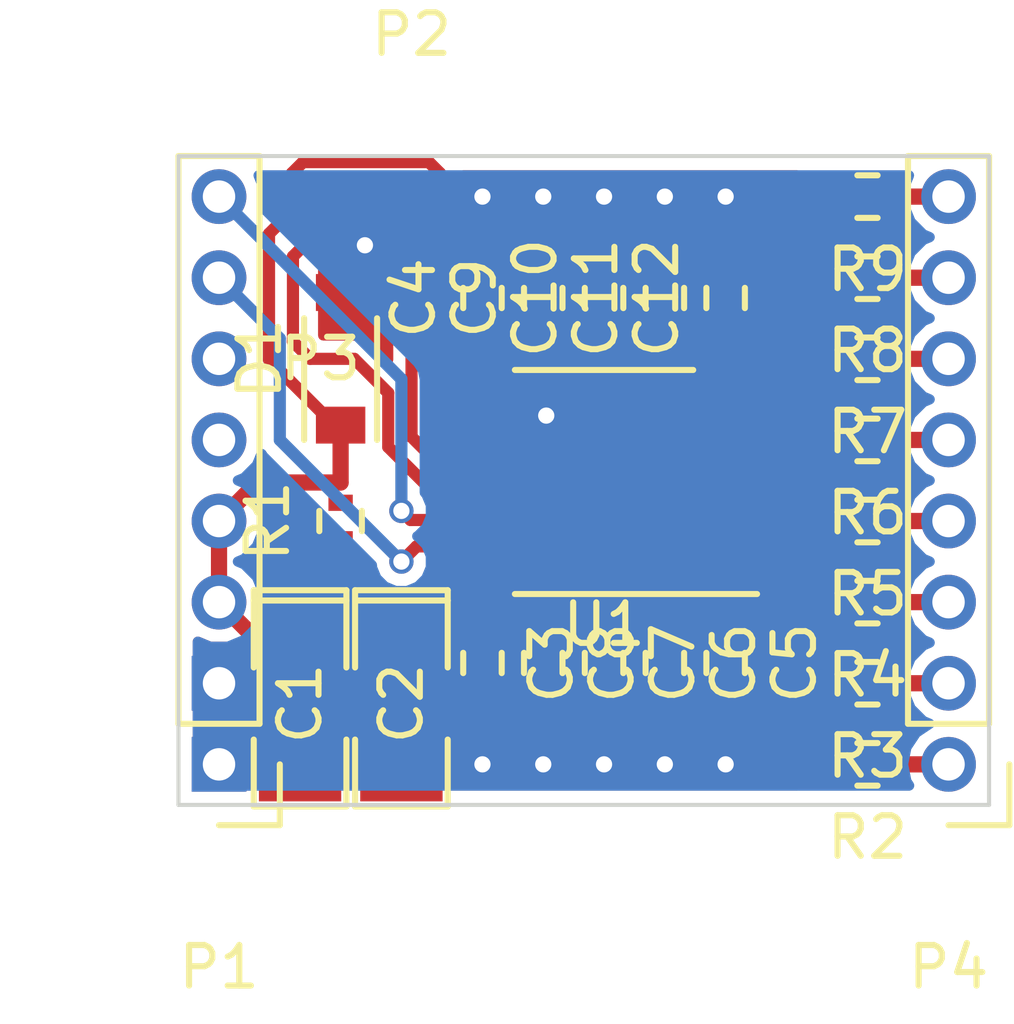
<source format=kicad_pcb>
(kicad_pcb (version 4) (host pcbnew 4.0.4-stable)

  (general
    (links 56)
    (no_connects 28)
    (area 184.949999 124.949999 205.050001 141.050001)
    (thickness 1.6)
    (drawings 8)
    (tracks 159)
    (zones 0)
    (modules 27)
    (nets 25)
  )

  (page A4)
  (layers
    (0 F.Cu signal)
    (31 B.Cu signal)
    (32 B.Adhes user)
    (33 F.Adhes user)
    (34 B.Paste user)
    (35 F.Paste user)
    (36 B.SilkS user)
    (37 F.SilkS user)
    (38 B.Mask user)
    (39 F.Mask user)
    (40 Dwgs.User user)
    (41 Cmts.User user)
    (42 Eco1.User user)
    (43 Eco2.User user)
    (44 Edge.Cuts user)
    (45 Margin user)
    (46 B.CrtYd user)
    (47 F.CrtYd user)
    (48 B.Fab user)
    (49 F.Fab user)
  )

  (setup
    (last_trace_width 0.25)
    (user_trace_width 0.3)
    (user_trace_width 0.4)
    (user_trace_width 0.5)
    (trace_clearance 0.2)
    (zone_clearance 0.3)
    (zone_45_only no)
    (trace_min 0.2)
    (segment_width 0.2)
    (edge_width 0.1)
    (via_size 0.6)
    (via_drill 0.4)
    (via_min_size 0.4)
    (via_min_drill 0.3)
    (uvia_size 0.3)
    (uvia_drill 0.1)
    (uvias_allowed no)
    (uvia_min_size 0.2)
    (uvia_min_drill 0.1)
    (pcb_text_width 0.3)
    (pcb_text_size 1.5 1.5)
    (mod_edge_width 0.15)
    (mod_text_size 1 1)
    (mod_text_width 0.15)
    (pad_size 1.35 1.35)
    (pad_drill 0.8)
    (pad_to_mask_clearance 0)
    (aux_axis_origin 0 0)
    (visible_elements 7FFCEFFF)
    (pcbplotparams
      (layerselection 0x00030_80000001)
      (usegerberextensions false)
      (excludeedgelayer true)
      (linewidth 0.100000)
      (plotframeref false)
      (viasonmask false)
      (mode 1)
      (useauxorigin false)
      (hpglpennumber 1)
      (hpglpenspeed 20)
      (hpglpendiameter 15)
      (hpglpenoverlay 2)
      (psnegative false)
      (psa4output false)
      (plotreference true)
      (plotvalue true)
      (plotinvisibletext false)
      (padsonsilk false)
      (subtractmaskfromsilk false)
      (outputformat 1)
      (mirror false)
      (drillshape 1)
      (scaleselection 1)
      (outputdirectory ""))
  )

  (net 0 "")
  (net 1 +3V3)
  (net 2 GND)
  (net 3 "Net-(C2-Pad1)")
  (net 4 "Net-(C4-Pad1)")
  (net 5 "Net-(C5-Pad1)")
  (net 6 "Net-(C6-Pad1)")
  (net 7 "Net-(C7-Pad1)")
  (net 8 "Net-(C8-Pad1)")
  (net 9 "Net-(C9-Pad1)")
  (net 10 "Net-(C10-Pad1)")
  (net 11 "Net-(C11-Pad1)")
  (net 12 "Net-(C12-Pad1)")
  (net 13 "Net-(P1-Pad7)")
  (net 14 "Net-(P1-Pad8)")
  (net 15 "Net-(P2-Pad2)")
  (net 16 "Net-(P3-Pad2)")
  (net 17 /CH0)
  (net 18 /CH1)
  (net 19 /CH2)
  (net 20 /CH3)
  (net 21 /CH4)
  (net 22 /CH5)
  (net 23 /CH6)
  (net 24 /CH7)

  (net_class Default "This is the default net class."
    (clearance 0.2)
    (trace_width 0.25)
    (via_dia 0.6)
    (via_drill 0.4)
    (uvia_dia 0.3)
    (uvia_drill 0.1)
    (add_net +3V3)
    (add_net /CH0)
    (add_net /CH1)
    (add_net /CH2)
    (add_net /CH3)
    (add_net /CH4)
    (add_net /CH5)
    (add_net /CH6)
    (add_net /CH7)
    (add_net GND)
    (add_net "Net-(C10-Pad1)")
    (add_net "Net-(C11-Pad1)")
    (add_net "Net-(C12-Pad1)")
    (add_net "Net-(C2-Pad1)")
    (add_net "Net-(C4-Pad1)")
    (add_net "Net-(C5-Pad1)")
    (add_net "Net-(C6-Pad1)")
    (add_net "Net-(C7-Pad1)")
    (add_net "Net-(C8-Pad1)")
    (add_net "Net-(C9-Pad1)")
    (add_net "Net-(P1-Pad7)")
    (add_net "Net-(P1-Pad8)")
    (add_net "Net-(P2-Pad2)")
    (add_net "Net-(P3-Pad2)")
  )

  (module SMD_Packages:SMD-1206_Pol (layer F.Cu) (tedit 0) (tstamp 5856AA78)
    (at 188 138.5 270)
    (path /5855DFDB)
    (attr smd)
    (fp_text reference C1 (at 0 0 270) (layer F.SilkS)
      (effects (font (size 1 1) (thickness 0.15)))
    )
    (fp_text value CP (at 0 0 270) (layer F.Fab)
      (effects (font (size 1 1) (thickness 0.15)))
    )
    (fp_line (start -2.54 -1.143) (end -2.794 -1.143) (layer F.SilkS) (width 0.15))
    (fp_line (start -2.794 -1.143) (end -2.794 1.143) (layer F.SilkS) (width 0.15))
    (fp_line (start -2.794 1.143) (end -2.54 1.143) (layer F.SilkS) (width 0.15))
    (fp_line (start -2.54 -1.143) (end -2.54 1.143) (layer F.SilkS) (width 0.15))
    (fp_line (start -2.54 1.143) (end -0.889 1.143) (layer F.SilkS) (width 0.15))
    (fp_line (start 0.889 -1.143) (end 2.54 -1.143) (layer F.SilkS) (width 0.15))
    (fp_line (start 2.54 -1.143) (end 2.54 1.143) (layer F.SilkS) (width 0.15))
    (fp_line (start 2.54 1.143) (end 0.889 1.143) (layer F.SilkS) (width 0.15))
    (fp_line (start -0.889 -1.143) (end -2.54 -1.143) (layer F.SilkS) (width 0.15))
    (pad 1 smd rect (at -1.651 0 270) (size 1.524 2.032) (layers F.Cu F.Paste F.Mask)
      (net 1 +3V3))
    (pad 2 smd rect (at 1.651 0 270) (size 1.524 2.032) (layers F.Cu F.Paste F.Mask)
      (net 2 GND))
    (model SMD_Packages.3dshapes/SMD-1206_Pol.wrl
      (at (xyz 0 0 0))
      (scale (xyz 0.17 0.16 0.16))
      (rotate (xyz 0 0 0))
    )
  )

  (module SMD_Packages:SMD-1206_Pol (layer F.Cu) (tedit 0) (tstamp 5856AA7E)
    (at 190.5 138.5 270)
    (path /5855DFD4)
    (attr smd)
    (fp_text reference C2 (at 0 0 270) (layer F.SilkS)
      (effects (font (size 1 1) (thickness 0.15)))
    )
    (fp_text value CP (at 0 0 270) (layer F.Fab)
      (effects (font (size 1 1) (thickness 0.15)))
    )
    (fp_line (start -2.54 -1.143) (end -2.794 -1.143) (layer F.SilkS) (width 0.15))
    (fp_line (start -2.794 -1.143) (end -2.794 1.143) (layer F.SilkS) (width 0.15))
    (fp_line (start -2.794 1.143) (end -2.54 1.143) (layer F.SilkS) (width 0.15))
    (fp_line (start -2.54 -1.143) (end -2.54 1.143) (layer F.SilkS) (width 0.15))
    (fp_line (start -2.54 1.143) (end -0.889 1.143) (layer F.SilkS) (width 0.15))
    (fp_line (start 0.889 -1.143) (end 2.54 -1.143) (layer F.SilkS) (width 0.15))
    (fp_line (start 2.54 -1.143) (end 2.54 1.143) (layer F.SilkS) (width 0.15))
    (fp_line (start 2.54 1.143) (end 0.889 1.143) (layer F.SilkS) (width 0.15))
    (fp_line (start -0.889 -1.143) (end -2.54 -1.143) (layer F.SilkS) (width 0.15))
    (pad 1 smd rect (at -1.651 0 270) (size 1.524 2.032) (layers F.Cu F.Paste F.Mask)
      (net 3 "Net-(C2-Pad1)"))
    (pad 2 smd rect (at 1.651 0 270) (size 1.524 2.032) (layers F.Cu F.Paste F.Mask)
      (net 2 GND))
    (model SMD_Packages.3dshapes/SMD-1206_Pol.wrl
      (at (xyz 0 0 0))
      (scale (xyz 0.17 0.16 0.16))
      (rotate (xyz 0 0 0))
    )
  )

  (module Diodes_SMD:SOD-123 (layer F.Cu) (tedit 5753A53E) (tstamp 5856AAC0)
    (at 189 130 90)
    (descr SOD-123)
    (tags SOD-123)
    (path /5855E0DD)
    (attr smd)
    (fp_text reference D1 (at 0 -2 90) (layer F.SilkS)
      (effects (font (size 1 1) (thickness 0.15)))
    )
    (fp_text value 3.3V (at 0 2.1 90) (layer F.Fab)
      (effects (font (size 1 1) (thickness 0.15)))
    )
    (fp_line (start 0.25 0) (end 0.75 0) (layer F.Fab) (width 0.15))
    (fp_line (start 0.25 0.4) (end -0.35 0) (layer F.Fab) (width 0.15))
    (fp_line (start 0.25 -0.4) (end 0.25 0.4) (layer F.Fab) (width 0.15))
    (fp_line (start -0.35 0) (end 0.25 -0.4) (layer F.Fab) (width 0.15))
    (fp_line (start -0.35 0) (end -0.35 0.55) (layer F.Fab) (width 0.15))
    (fp_line (start -0.35 0) (end -0.35 -0.55) (layer F.Fab) (width 0.15))
    (fp_line (start -0.75 0) (end -0.35 0) (layer F.Fab) (width 0.15))
    (fp_line (start -1.35 0.8) (end -1.35 -0.8) (layer F.Fab) (width 0.15))
    (fp_line (start 1.35 0.8) (end -1.35 0.8) (layer F.Fab) (width 0.15))
    (fp_line (start 1.35 -0.8) (end 1.35 0.8) (layer F.Fab) (width 0.15))
    (fp_line (start -1.35 -0.8) (end 1.35 -0.8) (layer F.Fab) (width 0.15))
    (fp_line (start -2.25 -1.05) (end 2.25 -1.05) (layer F.CrtYd) (width 0.05))
    (fp_line (start 2.25 -1.05) (end 2.25 1.05) (layer F.CrtYd) (width 0.05))
    (fp_line (start 2.25 1.05) (end -2.25 1.05) (layer F.CrtYd) (width 0.05))
    (fp_line (start -2.25 -1.05) (end -2.25 1.05) (layer F.CrtYd) (width 0.05))
    (fp_line (start -2 0.9) (end 1 0.9) (layer F.SilkS) (width 0.15))
    (fp_line (start -2 -0.9) (end 1 -0.9) (layer F.SilkS) (width 0.15))
    (pad 1 smd rect (at -1.635 0 90) (size 0.91 1.22) (layers F.Cu F.Paste F.Mask)
      (net 1 +3V3))
    (pad 2 smd rect (at 1.635 0 90) (size 0.91 1.22) (layers F.Cu F.Paste F.Mask)
      (net 2 GND))
    (model ${KISYS3DMOD}/Diodes_SMD.3dshapes/SOD-123.wrl
      (at (xyz 0 0 0))
      (scale (xyz 1 1 1))
      (rotate (xyz 0 0 0))
    )
  )

  (module Housings_SSOP:TSSOP-16_4.4x5mm_Pitch0.65mm (layer F.Cu) (tedit 54130A77) (tstamp 5856AB32)
    (at 195.5 133 180)
    (descr "16-Lead Plastic Thin Shrink Small Outline (ST)-4.4 mm Body [TSSOP] (see Microchip Packaging Specification 00000049BS.pdf)")
    (tags "SSOP 0.65")
    (path /5855DFE2)
    (attr smd)
    (fp_text reference U1 (at 0 -3.55 180) (layer F.SilkS)
      (effects (font (size 1 1) (thickness 0.15)))
    )
    (fp_text value ADS7828 (at 0 3.55 180) (layer F.Fab)
      (effects (font (size 1 1) (thickness 0.15)))
    )
    (fp_line (start -1.2 -2.5) (end 2.2 -2.5) (layer F.Fab) (width 0.15))
    (fp_line (start 2.2 -2.5) (end 2.2 2.5) (layer F.Fab) (width 0.15))
    (fp_line (start 2.2 2.5) (end -2.2 2.5) (layer F.Fab) (width 0.15))
    (fp_line (start -2.2 2.5) (end -2.2 -1.5) (layer F.Fab) (width 0.15))
    (fp_line (start -2.2 -1.5) (end -1.2 -2.5) (layer F.Fab) (width 0.15))
    (fp_line (start -3.95 -2.9) (end -3.95 2.8) (layer F.CrtYd) (width 0.05))
    (fp_line (start 3.95 -2.9) (end 3.95 2.8) (layer F.CrtYd) (width 0.05))
    (fp_line (start -3.95 -2.9) (end 3.95 -2.9) (layer F.CrtYd) (width 0.05))
    (fp_line (start -3.95 2.8) (end 3.95 2.8) (layer F.CrtYd) (width 0.05))
    (fp_line (start -2.2 2.725) (end 2.2 2.725) (layer F.SilkS) (width 0.15))
    (fp_line (start -3.775 -2.8) (end 2.2 -2.8) (layer F.SilkS) (width 0.15))
    (pad 1 smd rect (at -2.95 -2.275 180) (size 1.5 0.45) (layers F.Cu F.Paste F.Mask)
      (net 5 "Net-(C5-Pad1)"))
    (pad 2 smd rect (at -2.95 -1.625 180) (size 1.5 0.45) (layers F.Cu F.Paste F.Mask)
      (net 6 "Net-(C6-Pad1)"))
    (pad 3 smd rect (at -2.95 -0.975 180) (size 1.5 0.45) (layers F.Cu F.Paste F.Mask)
      (net 7 "Net-(C7-Pad1)"))
    (pad 4 smd rect (at -2.95 -0.325 180) (size 1.5 0.45) (layers F.Cu F.Paste F.Mask)
      (net 8 "Net-(C8-Pad1)"))
    (pad 5 smd rect (at -2.95 0.325 180) (size 1.5 0.45) (layers F.Cu F.Paste F.Mask)
      (net 9 "Net-(C9-Pad1)"))
    (pad 6 smd rect (at -2.95 0.975 180) (size 1.5 0.45) (layers F.Cu F.Paste F.Mask)
      (net 10 "Net-(C10-Pad1)"))
    (pad 7 smd rect (at -2.95 1.625 180) (size 1.5 0.45) (layers F.Cu F.Paste F.Mask)
      (net 11 "Net-(C11-Pad1)"))
    (pad 8 smd rect (at -2.95 2.275 180) (size 1.5 0.45) (layers F.Cu F.Paste F.Mask)
      (net 12 "Net-(C12-Pad1)"))
    (pad 9 smd rect (at 2.95 2.275 180) (size 1.5 0.45) (layers F.Cu F.Paste F.Mask)
      (net 2 GND))
    (pad 10 smd rect (at 2.95 1.625 180) (size 1.5 0.45) (layers F.Cu F.Paste F.Mask)
      (net 4 "Net-(C4-Pad1)"))
    (pad 11 smd rect (at 2.95 0.975 180) (size 1.5 0.45) (layers F.Cu F.Paste F.Mask)
      (net 2 GND))
    (pad 12 smd rect (at 2.95 0.325 180) (size 1.5 0.45) (layers F.Cu F.Paste F.Mask)
      (net 15 "Net-(P2-Pad2)"))
    (pad 13 smd rect (at 2.95 -0.325 180) (size 1.5 0.45) (layers F.Cu F.Paste F.Mask)
      (net 16 "Net-(P3-Pad2)"))
    (pad 14 smd rect (at 2.95 -0.975 180) (size 1.5 0.45) (layers F.Cu F.Paste F.Mask)
      (net 14 "Net-(P1-Pad8)"))
    (pad 15 smd rect (at 2.95 -1.625 180) (size 1.5 0.45) (layers F.Cu F.Paste F.Mask)
      (net 13 "Net-(P1-Pad7)"))
    (pad 16 smd rect (at 2.95 -2.275 180) (size 1.5 0.45) (layers F.Cu F.Paste F.Mask)
      (net 3 "Net-(C2-Pad1)"))
    (model Housings_SSOP.3dshapes/TSSOP-16_4.4x5mm_Pitch0.65mm.wrl
      (at (xyz 0 0 0))
      (scale (xyz 1 1 1))
      (rotate (xyz 0 0 0))
    )
  )

  (module Pin_Headers:Pin_Header_Straight_1x08_Pitch2.00mm (layer F.Cu) (tedit 5856F7D3) (tstamp 5856C956)
    (at 186 140 180)
    (descr "Through hole pin header, 1x08, 2.00mm pitch, single row")
    (tags "pin header single row")
    (path /5855D3E3)
    (fp_text reference P1 (at 0 -5 180) (layer F.SilkS)
      (effects (font (size 1 1) (thickness 0.15)))
    )
    (fp_text value CONN_01X08 (at 0 -3 180) (layer F.Fab)
      (effects (font (size 1 1) (thickness 0.15)))
    )
    (fp_line (start -1 1) (end 1 1) (layer F.SilkS) (width 0.15))
    (fp_line (start 1 1) (end 1 15) (layer F.SilkS) (width 0.15))
    (fp_line (start 1 15) (end -1 15) (layer F.SilkS) (width 0.15))
    (fp_line (start -1 15) (end -1 1) (layer F.SilkS) (width 0.15))
    (fp_line (start -1.6 -1.6) (end 1.6 -1.6) (layer F.CrtYd) (width 0.05))
    (fp_line (start 1.6 -1.6) (end 1.6 15.6) (layer F.CrtYd) (width 0.05))
    (fp_line (start 1.6 15.6) (end -1.6 15.6) (layer F.CrtYd) (width 0.05))
    (fp_line (start -1.6 15.6) (end -1.6 -1.6) (layer F.CrtYd) (width 0.05))
    (fp_line (start -1.5 0) (end -1.5 -1.5) (layer F.SilkS) (width 0.15))
    (fp_line (start -1.5 -1.5) (end 0 -1.5) (layer F.SilkS) (width 0.15))
    (pad 1 thru_hole rect (at 0 0 180) (size 1.35 1.35) (drill 0.8) (layers *.Cu *.Mask)
      (net 2 GND))
    (pad 2 thru_hole rect (at 0 2 180) (size 1.35 1.35) (drill 0.8) (layers *.Cu *.Mask)
      (net 2 GND))
    (pad 3 thru_hole circle (at 0 4 180) (size 1.35 1.35) (drill 0.8) (layers *.Cu *.Mask)
      (net 1 +3V3))
    (pad 4 thru_hole circle (at 0 6 180) (size 1.35 1.35) (drill 0.8) (layers *.Cu *.Mask)
      (net 1 +3V3))
    (pad 5 thru_hole circle (at 0 8 180) (size 1.35 1.35) (drill 0.8) (layers *.Cu *.Mask))
    (pad 6 thru_hole circle (at 0 10 180) (size 1.35 1.35) (drill 0.8) (layers *.Cu *.Mask))
    (pad 7 thru_hole circle (at 0 12 180) (size 1.35 1.35) (drill 0.8) (layers *.Cu *.Mask)
      (net 13 "Net-(P1-Pad7)"))
    (pad 8 thru_hole circle (at 0 14 180) (size 1.35 1.35) (drill 0.8) (layers *.Cu *.Mask)
      (net 14 "Net-(P1-Pad8)"))
    (model Pin_Headers.3dshapes/Pin_Header_Straight_1x08_Pitch2.00mm.wrl
      (at (xyz 0 0 0))
      (scale (xyz 1 1 1))
      (rotate (xyz 0 0 0))
    )
  )

  (module Pin_Headers:Pin_Header_Straight_1x08_Pitch2.00mm (layer F.Cu) (tedit 5856F7E1) (tstamp 5856C96D)
    (at 204 140 180)
    (descr "Through hole pin header, 1x08, 2.00mm pitch, single row")
    (tags "pin header single row")
    (path /5855D0FE)
    (fp_text reference P4 (at 0 -5 180) (layer F.SilkS)
      (effects (font (size 1 1) (thickness 0.15)))
    )
    (fp_text value CONN_01X08 (at 0 -3 180) (layer F.Fab)
      (effects (font (size 1 1) (thickness 0.15)))
    )
    (fp_line (start -1 1) (end 1 1) (layer F.SilkS) (width 0.15))
    (fp_line (start 1 1) (end 1 15) (layer F.SilkS) (width 0.15))
    (fp_line (start 1 15) (end -1 15) (layer F.SilkS) (width 0.15))
    (fp_line (start -1 15) (end -1 1) (layer F.SilkS) (width 0.15))
    (fp_line (start -1.6 -1.6) (end 1.6 -1.6) (layer F.CrtYd) (width 0.05))
    (fp_line (start 1.6 -1.6) (end 1.6 15.6) (layer F.CrtYd) (width 0.05))
    (fp_line (start 1.6 15.6) (end -1.6 15.6) (layer F.CrtYd) (width 0.05))
    (fp_line (start -1.6 15.6) (end -1.6 -1.6) (layer F.CrtYd) (width 0.05))
    (fp_line (start -1.5 0) (end -1.5 -1.5) (layer F.SilkS) (width 0.15))
    (fp_line (start -1.5 -1.5) (end 0 -1.5) (layer F.SilkS) (width 0.15))
    (pad 1 thru_hole oval (at 0 0 180) (size 1.35 1.35) (drill 0.8) (layers *.Cu *.Mask)
      (net 17 /CH0))
    (pad 2 thru_hole circle (at 0 2 180) (size 1.35 1.35) (drill 0.8) (layers *.Cu *.Mask)
      (net 18 /CH1))
    (pad 3 thru_hole circle (at 0 4 180) (size 1.35 1.35) (drill 0.8) (layers *.Cu *.Mask)
      (net 19 /CH2))
    (pad 4 thru_hole circle (at 0 6 180) (size 1.35 1.35) (drill 0.8) (layers *.Cu *.Mask)
      (net 20 /CH3))
    (pad 5 thru_hole circle (at 0 8 180) (size 1.35 1.35) (drill 0.8) (layers *.Cu *.Mask)
      (net 21 /CH4))
    (pad 6 thru_hole circle (at 0 10 180) (size 1.35 1.35) (drill 0.8) (layers *.Cu *.Mask)
      (net 22 /CH5))
    (pad 7 thru_hole circle (at 0 12 180) (size 1.35 1.35) (drill 0.8) (layers *.Cu *.Mask)
      (net 23 /CH6))
    (pad 8 thru_hole circle (at 0 14 180) (size 1.35 1.35) (drill 0.8) (layers *.Cu *.Mask)
      (net 24 /CH7))
    (model Pin_Headers.3dshapes/Pin_Header_Straight_1x08_Pitch2.00mm.wrl
      (at (xyz 0 0 0))
      (scale (xyz 1 1 1))
      (rotate (xyz 0 0 0))
    )
  )

  (module KiCad-Dev:Pad_3 (layer F.Cu) (tedit 5856DBE4) (tstamp 5856DC6E)
    (at 190.75 126)
    (path /5855D59A)
    (fp_text reference P2 (at 0 -4) (layer F.SilkS)
      (effects (font (size 1 1) (thickness 0.15)))
    )
    (fp_text value CONN_01X03 (at 0 -6) (layer F.Fab)
      (effects (font (size 1 1) (thickness 0.15)))
    )
    (pad 1 smd rect (at -0.7 0) (size 0.3 1) (layers F.Cu F.Paste F.Mask)
      (net 2 GND))
    (pad 2 smd rect (at 0 0) (size 0.3 1) (layers F.Cu F.Paste F.Mask)
      (net 15 "Net-(P2-Pad2)"))
    (pad 3 smd rect (at 0.7 0) (size 0.3 1) (layers F.Cu F.Paste F.Mask)
      (net 1 +3V3))
  )

  (module KiCad-Dev:Pad_3 (layer F.Cu) (tedit 5856DBE4) (tstamp 5856DC74)
    (at 188.5 126 180)
    (path /5855DAD4)
    (fp_text reference P3 (at 0 -4 180) (layer F.SilkS)
      (effects (font (size 1 1) (thickness 0.15)))
    )
    (fp_text value CONN_01X03 (at 0 -6 180) (layer F.Fab)
      (effects (font (size 1 1) (thickness 0.15)))
    )
    (pad 1 smd rect (at -0.7 0 180) (size 0.3 1) (layers F.Cu F.Paste F.Mask)
      (net 2 GND))
    (pad 2 smd rect (at 0 0 180) (size 0.3 1) (layers F.Cu F.Paste F.Mask)
      (net 16 "Net-(P3-Pad2)"))
    (pad 3 smd rect (at 0.7 0 180) (size 0.3 1) (layers F.Cu F.Paste F.Mask)
      (net 1 +3V3))
  )

  (module Capacitors_SMD:C_0402 (layer F.Cu) (tedit 5415D599) (tstamp 58752BAD)
    (at 192.5 137.5 270)
    (descr "Capacitor SMD 0402, reflow soldering, AVX (see smccp.pdf)")
    (tags "capacitor 0402")
    (path /5855E0D2)
    (attr smd)
    (fp_text reference C3 (at 0 -1.7 270) (layer F.SilkS)
      (effects (font (size 1 1) (thickness 0.15)))
    )
    (fp_text value C (at 0 1.7 270) (layer F.Fab)
      (effects (font (size 1 1) (thickness 0.15)))
    )
    (fp_line (start -0.5 0.25) (end -0.5 -0.25) (layer F.Fab) (width 0.15))
    (fp_line (start 0.5 0.25) (end -0.5 0.25) (layer F.Fab) (width 0.15))
    (fp_line (start 0.5 -0.25) (end 0.5 0.25) (layer F.Fab) (width 0.15))
    (fp_line (start -0.5 -0.25) (end 0.5 -0.25) (layer F.Fab) (width 0.15))
    (fp_line (start -1.15 -0.6) (end 1.15 -0.6) (layer F.CrtYd) (width 0.05))
    (fp_line (start -1.15 0.6) (end 1.15 0.6) (layer F.CrtYd) (width 0.05))
    (fp_line (start -1.15 -0.6) (end -1.15 0.6) (layer F.CrtYd) (width 0.05))
    (fp_line (start 1.15 -0.6) (end 1.15 0.6) (layer F.CrtYd) (width 0.05))
    (fp_line (start 0.25 -0.475) (end -0.25 -0.475) (layer F.SilkS) (width 0.15))
    (fp_line (start -0.25 0.475) (end 0.25 0.475) (layer F.SilkS) (width 0.15))
    (pad 1 smd rect (at -0.55 0 270) (size 0.6 0.5) (layers F.Cu F.Paste F.Mask)
      (net 3 "Net-(C2-Pad1)"))
    (pad 2 smd rect (at 0.55 0 270) (size 0.6 0.5) (layers F.Cu F.Paste F.Mask)
      (net 2 GND))
    (model Capacitors_SMD.3dshapes/C_0402.wrl
      (at (xyz 0 0 0))
      (scale (xyz 1 1 1))
      (rotate (xyz 0 0 0))
    )
  )

  (module Capacitors_SMD:C_0402 (layer F.Cu) (tedit 5415D599) (tstamp 58752BB2)
    (at 192.5 128.5 90)
    (descr "Capacitor SMD 0402, reflow soldering, AVX (see smccp.pdf)")
    (tags "capacitor 0402")
    (path /5855DFCD)
    (attr smd)
    (fp_text reference C4 (at 0 -1.7 90) (layer F.SilkS)
      (effects (font (size 1 1) (thickness 0.15)))
    )
    (fp_text value C (at 0 1.7 90) (layer F.Fab)
      (effects (font (size 1 1) (thickness 0.15)))
    )
    (fp_line (start -0.5 0.25) (end -0.5 -0.25) (layer F.Fab) (width 0.15))
    (fp_line (start 0.5 0.25) (end -0.5 0.25) (layer F.Fab) (width 0.15))
    (fp_line (start 0.5 -0.25) (end 0.5 0.25) (layer F.Fab) (width 0.15))
    (fp_line (start -0.5 -0.25) (end 0.5 -0.25) (layer F.Fab) (width 0.15))
    (fp_line (start -1.15 -0.6) (end 1.15 -0.6) (layer F.CrtYd) (width 0.05))
    (fp_line (start -1.15 0.6) (end 1.15 0.6) (layer F.CrtYd) (width 0.05))
    (fp_line (start -1.15 -0.6) (end -1.15 0.6) (layer F.CrtYd) (width 0.05))
    (fp_line (start 1.15 -0.6) (end 1.15 0.6) (layer F.CrtYd) (width 0.05))
    (fp_line (start 0.25 -0.475) (end -0.25 -0.475) (layer F.SilkS) (width 0.15))
    (fp_line (start -0.25 0.475) (end 0.25 0.475) (layer F.SilkS) (width 0.15))
    (pad 1 smd rect (at -0.55 0 90) (size 0.6 0.5) (layers F.Cu F.Paste F.Mask)
      (net 4 "Net-(C4-Pad1)"))
    (pad 2 smd rect (at 0.55 0 90) (size 0.6 0.5) (layers F.Cu F.Paste F.Mask)
      (net 2 GND))
    (model Capacitors_SMD.3dshapes/C_0402.wrl
      (at (xyz 0 0 0))
      (scale (xyz 1 1 1))
      (rotate (xyz 0 0 0))
    )
  )

  (module Capacitors_SMD:C_0402 (layer F.Cu) (tedit 5415D599) (tstamp 58752BB7)
    (at 198.5 137.5 270)
    (descr "Capacitor SMD 0402, reflow soldering, AVX (see smccp.pdf)")
    (tags "capacitor 0402")
    (path /5855DFEA)
    (attr smd)
    (fp_text reference C5 (at 0 -1.7 270) (layer F.SilkS)
      (effects (font (size 1 1) (thickness 0.15)))
    )
    (fp_text value C (at 0 1.7 270) (layer F.Fab)
      (effects (font (size 1 1) (thickness 0.15)))
    )
    (fp_line (start -0.5 0.25) (end -0.5 -0.25) (layer F.Fab) (width 0.15))
    (fp_line (start 0.5 0.25) (end -0.5 0.25) (layer F.Fab) (width 0.15))
    (fp_line (start 0.5 -0.25) (end 0.5 0.25) (layer F.Fab) (width 0.15))
    (fp_line (start -0.5 -0.25) (end 0.5 -0.25) (layer F.Fab) (width 0.15))
    (fp_line (start -1.15 -0.6) (end 1.15 -0.6) (layer F.CrtYd) (width 0.05))
    (fp_line (start -1.15 0.6) (end 1.15 0.6) (layer F.CrtYd) (width 0.05))
    (fp_line (start -1.15 -0.6) (end -1.15 0.6) (layer F.CrtYd) (width 0.05))
    (fp_line (start 1.15 -0.6) (end 1.15 0.6) (layer F.CrtYd) (width 0.05))
    (fp_line (start 0.25 -0.475) (end -0.25 -0.475) (layer F.SilkS) (width 0.15))
    (fp_line (start -0.25 0.475) (end 0.25 0.475) (layer F.SilkS) (width 0.15))
    (pad 1 smd rect (at -0.55 0 270) (size 0.6 0.5) (layers F.Cu F.Paste F.Mask)
      (net 5 "Net-(C5-Pad1)"))
    (pad 2 smd rect (at 0.55 0 270) (size 0.6 0.5) (layers F.Cu F.Paste F.Mask)
      (net 2 GND))
    (model Capacitors_SMD.3dshapes/C_0402.wrl
      (at (xyz 0 0 0))
      (scale (xyz 1 1 1))
      (rotate (xyz 0 0 0))
    )
  )

  (module Capacitors_SMD:C_0402 (layer F.Cu) (tedit 5415D599) (tstamp 58752BBC)
    (at 197 137.5 270)
    (descr "Capacitor SMD 0402, reflow soldering, AVX (see smccp.pdf)")
    (tags "capacitor 0402")
    (path /5855DFF1)
    (attr smd)
    (fp_text reference C6 (at 0 -1.7 270) (layer F.SilkS)
      (effects (font (size 1 1) (thickness 0.15)))
    )
    (fp_text value C (at 0 1.7 270) (layer F.Fab)
      (effects (font (size 1 1) (thickness 0.15)))
    )
    (fp_line (start -0.5 0.25) (end -0.5 -0.25) (layer F.Fab) (width 0.15))
    (fp_line (start 0.5 0.25) (end -0.5 0.25) (layer F.Fab) (width 0.15))
    (fp_line (start 0.5 -0.25) (end 0.5 0.25) (layer F.Fab) (width 0.15))
    (fp_line (start -0.5 -0.25) (end 0.5 -0.25) (layer F.Fab) (width 0.15))
    (fp_line (start -1.15 -0.6) (end 1.15 -0.6) (layer F.CrtYd) (width 0.05))
    (fp_line (start -1.15 0.6) (end 1.15 0.6) (layer F.CrtYd) (width 0.05))
    (fp_line (start -1.15 -0.6) (end -1.15 0.6) (layer F.CrtYd) (width 0.05))
    (fp_line (start 1.15 -0.6) (end 1.15 0.6) (layer F.CrtYd) (width 0.05))
    (fp_line (start 0.25 -0.475) (end -0.25 -0.475) (layer F.SilkS) (width 0.15))
    (fp_line (start -0.25 0.475) (end 0.25 0.475) (layer F.SilkS) (width 0.15))
    (pad 1 smd rect (at -0.55 0 270) (size 0.6 0.5) (layers F.Cu F.Paste F.Mask)
      (net 6 "Net-(C6-Pad1)"))
    (pad 2 smd rect (at 0.55 0 270) (size 0.6 0.5) (layers F.Cu F.Paste F.Mask)
      (net 2 GND))
    (model Capacitors_SMD.3dshapes/C_0402.wrl
      (at (xyz 0 0 0))
      (scale (xyz 1 1 1))
      (rotate (xyz 0 0 0))
    )
  )

  (module Capacitors_SMD:C_0402 (layer F.Cu) (tedit 5415D599) (tstamp 58752BC1)
    (at 195.5 137.5 270)
    (descr "Capacitor SMD 0402, reflow soldering, AVX (see smccp.pdf)")
    (tags "capacitor 0402")
    (path /5855DFF8)
    (attr smd)
    (fp_text reference C7 (at 0 -1.7 270) (layer F.SilkS)
      (effects (font (size 1 1) (thickness 0.15)))
    )
    (fp_text value C (at 0 1.7 270) (layer F.Fab)
      (effects (font (size 1 1) (thickness 0.15)))
    )
    (fp_line (start -0.5 0.25) (end -0.5 -0.25) (layer F.Fab) (width 0.15))
    (fp_line (start 0.5 0.25) (end -0.5 0.25) (layer F.Fab) (width 0.15))
    (fp_line (start 0.5 -0.25) (end 0.5 0.25) (layer F.Fab) (width 0.15))
    (fp_line (start -0.5 -0.25) (end 0.5 -0.25) (layer F.Fab) (width 0.15))
    (fp_line (start -1.15 -0.6) (end 1.15 -0.6) (layer F.CrtYd) (width 0.05))
    (fp_line (start -1.15 0.6) (end 1.15 0.6) (layer F.CrtYd) (width 0.05))
    (fp_line (start -1.15 -0.6) (end -1.15 0.6) (layer F.CrtYd) (width 0.05))
    (fp_line (start 1.15 -0.6) (end 1.15 0.6) (layer F.CrtYd) (width 0.05))
    (fp_line (start 0.25 -0.475) (end -0.25 -0.475) (layer F.SilkS) (width 0.15))
    (fp_line (start -0.25 0.475) (end 0.25 0.475) (layer F.SilkS) (width 0.15))
    (pad 1 smd rect (at -0.55 0 270) (size 0.6 0.5) (layers F.Cu F.Paste F.Mask)
      (net 7 "Net-(C7-Pad1)"))
    (pad 2 smd rect (at 0.55 0 270) (size 0.6 0.5) (layers F.Cu F.Paste F.Mask)
      (net 2 GND))
    (model Capacitors_SMD.3dshapes/C_0402.wrl
      (at (xyz 0 0 0))
      (scale (xyz 1 1 1))
      (rotate (xyz 0 0 0))
    )
  )

  (module Capacitors_SMD:C_0402 (layer F.Cu) (tedit 5415D599) (tstamp 58752BC6)
    (at 194 137.5 270)
    (descr "Capacitor SMD 0402, reflow soldering, AVX (see smccp.pdf)")
    (tags "capacitor 0402")
    (path /5855DFFF)
    (attr smd)
    (fp_text reference C8 (at 0 -1.7 270) (layer F.SilkS)
      (effects (font (size 1 1) (thickness 0.15)))
    )
    (fp_text value C (at 0 1.7 270) (layer F.Fab)
      (effects (font (size 1 1) (thickness 0.15)))
    )
    (fp_line (start -0.5 0.25) (end -0.5 -0.25) (layer F.Fab) (width 0.15))
    (fp_line (start 0.5 0.25) (end -0.5 0.25) (layer F.Fab) (width 0.15))
    (fp_line (start 0.5 -0.25) (end 0.5 0.25) (layer F.Fab) (width 0.15))
    (fp_line (start -0.5 -0.25) (end 0.5 -0.25) (layer F.Fab) (width 0.15))
    (fp_line (start -1.15 -0.6) (end 1.15 -0.6) (layer F.CrtYd) (width 0.05))
    (fp_line (start -1.15 0.6) (end 1.15 0.6) (layer F.CrtYd) (width 0.05))
    (fp_line (start -1.15 -0.6) (end -1.15 0.6) (layer F.CrtYd) (width 0.05))
    (fp_line (start 1.15 -0.6) (end 1.15 0.6) (layer F.CrtYd) (width 0.05))
    (fp_line (start 0.25 -0.475) (end -0.25 -0.475) (layer F.SilkS) (width 0.15))
    (fp_line (start -0.25 0.475) (end 0.25 0.475) (layer F.SilkS) (width 0.15))
    (pad 1 smd rect (at -0.55 0 270) (size 0.6 0.5) (layers F.Cu F.Paste F.Mask)
      (net 8 "Net-(C8-Pad1)"))
    (pad 2 smd rect (at 0.55 0 270) (size 0.6 0.5) (layers F.Cu F.Paste F.Mask)
      (net 2 GND))
    (model Capacitors_SMD.3dshapes/C_0402.wrl
      (at (xyz 0 0 0))
      (scale (xyz 1 1 1))
      (rotate (xyz 0 0 0))
    )
  )

  (module Capacitors_SMD:C_0402 (layer F.Cu) (tedit 5415D599) (tstamp 58752BCB)
    (at 194 128.5 90)
    (descr "Capacitor SMD 0402, reflow soldering, AVX (see smccp.pdf)")
    (tags "capacitor 0402")
    (path /5855E006)
    (attr smd)
    (fp_text reference C9 (at 0 -1.7 90) (layer F.SilkS)
      (effects (font (size 1 1) (thickness 0.15)))
    )
    (fp_text value C (at 0 1.7 90) (layer F.Fab)
      (effects (font (size 1 1) (thickness 0.15)))
    )
    (fp_line (start -0.5 0.25) (end -0.5 -0.25) (layer F.Fab) (width 0.15))
    (fp_line (start 0.5 0.25) (end -0.5 0.25) (layer F.Fab) (width 0.15))
    (fp_line (start 0.5 -0.25) (end 0.5 0.25) (layer F.Fab) (width 0.15))
    (fp_line (start -0.5 -0.25) (end 0.5 -0.25) (layer F.Fab) (width 0.15))
    (fp_line (start -1.15 -0.6) (end 1.15 -0.6) (layer F.CrtYd) (width 0.05))
    (fp_line (start -1.15 0.6) (end 1.15 0.6) (layer F.CrtYd) (width 0.05))
    (fp_line (start -1.15 -0.6) (end -1.15 0.6) (layer F.CrtYd) (width 0.05))
    (fp_line (start 1.15 -0.6) (end 1.15 0.6) (layer F.CrtYd) (width 0.05))
    (fp_line (start 0.25 -0.475) (end -0.25 -0.475) (layer F.SilkS) (width 0.15))
    (fp_line (start -0.25 0.475) (end 0.25 0.475) (layer F.SilkS) (width 0.15))
    (pad 1 smd rect (at -0.55 0 90) (size 0.6 0.5) (layers F.Cu F.Paste F.Mask)
      (net 9 "Net-(C9-Pad1)"))
    (pad 2 smd rect (at 0.55 0 90) (size 0.6 0.5) (layers F.Cu F.Paste F.Mask)
      (net 2 GND))
    (model Capacitors_SMD.3dshapes/C_0402.wrl
      (at (xyz 0 0 0))
      (scale (xyz 1 1 1))
      (rotate (xyz 0 0 0))
    )
  )

  (module Capacitors_SMD:C_0402 (layer F.Cu) (tedit 5415D599) (tstamp 58752BD0)
    (at 195.5 128.5 90)
    (descr "Capacitor SMD 0402, reflow soldering, AVX (see smccp.pdf)")
    (tags "capacitor 0402")
    (path /5855E00D)
    (attr smd)
    (fp_text reference C10 (at 0 -1.7 90) (layer F.SilkS)
      (effects (font (size 1 1) (thickness 0.15)))
    )
    (fp_text value C (at 0 1.7 90) (layer F.Fab)
      (effects (font (size 1 1) (thickness 0.15)))
    )
    (fp_line (start -0.5 0.25) (end -0.5 -0.25) (layer F.Fab) (width 0.15))
    (fp_line (start 0.5 0.25) (end -0.5 0.25) (layer F.Fab) (width 0.15))
    (fp_line (start 0.5 -0.25) (end 0.5 0.25) (layer F.Fab) (width 0.15))
    (fp_line (start -0.5 -0.25) (end 0.5 -0.25) (layer F.Fab) (width 0.15))
    (fp_line (start -1.15 -0.6) (end 1.15 -0.6) (layer F.CrtYd) (width 0.05))
    (fp_line (start -1.15 0.6) (end 1.15 0.6) (layer F.CrtYd) (width 0.05))
    (fp_line (start -1.15 -0.6) (end -1.15 0.6) (layer F.CrtYd) (width 0.05))
    (fp_line (start 1.15 -0.6) (end 1.15 0.6) (layer F.CrtYd) (width 0.05))
    (fp_line (start 0.25 -0.475) (end -0.25 -0.475) (layer F.SilkS) (width 0.15))
    (fp_line (start -0.25 0.475) (end 0.25 0.475) (layer F.SilkS) (width 0.15))
    (pad 1 smd rect (at -0.55 0 90) (size 0.6 0.5) (layers F.Cu F.Paste F.Mask)
      (net 10 "Net-(C10-Pad1)"))
    (pad 2 smd rect (at 0.55 0 90) (size 0.6 0.5) (layers F.Cu F.Paste F.Mask)
      (net 2 GND))
    (model Capacitors_SMD.3dshapes/C_0402.wrl
      (at (xyz 0 0 0))
      (scale (xyz 1 1 1))
      (rotate (xyz 0 0 0))
    )
  )

  (module Capacitors_SMD:C_0402 (layer F.Cu) (tedit 5415D599) (tstamp 58752BD5)
    (at 197 128.5 90)
    (descr "Capacitor SMD 0402, reflow soldering, AVX (see smccp.pdf)")
    (tags "capacitor 0402")
    (path /5855E014)
    (attr smd)
    (fp_text reference C11 (at 0 -1.7 90) (layer F.SilkS)
      (effects (font (size 1 1) (thickness 0.15)))
    )
    (fp_text value C (at 0 1.7 90) (layer F.Fab)
      (effects (font (size 1 1) (thickness 0.15)))
    )
    (fp_line (start -0.5 0.25) (end -0.5 -0.25) (layer F.Fab) (width 0.15))
    (fp_line (start 0.5 0.25) (end -0.5 0.25) (layer F.Fab) (width 0.15))
    (fp_line (start 0.5 -0.25) (end 0.5 0.25) (layer F.Fab) (width 0.15))
    (fp_line (start -0.5 -0.25) (end 0.5 -0.25) (layer F.Fab) (width 0.15))
    (fp_line (start -1.15 -0.6) (end 1.15 -0.6) (layer F.CrtYd) (width 0.05))
    (fp_line (start -1.15 0.6) (end 1.15 0.6) (layer F.CrtYd) (width 0.05))
    (fp_line (start -1.15 -0.6) (end -1.15 0.6) (layer F.CrtYd) (width 0.05))
    (fp_line (start 1.15 -0.6) (end 1.15 0.6) (layer F.CrtYd) (width 0.05))
    (fp_line (start 0.25 -0.475) (end -0.25 -0.475) (layer F.SilkS) (width 0.15))
    (fp_line (start -0.25 0.475) (end 0.25 0.475) (layer F.SilkS) (width 0.15))
    (pad 1 smd rect (at -0.55 0 90) (size 0.6 0.5) (layers F.Cu F.Paste F.Mask)
      (net 11 "Net-(C11-Pad1)"))
    (pad 2 smd rect (at 0.55 0 90) (size 0.6 0.5) (layers F.Cu F.Paste F.Mask)
      (net 2 GND))
    (model Capacitors_SMD.3dshapes/C_0402.wrl
      (at (xyz 0 0 0))
      (scale (xyz 1 1 1))
      (rotate (xyz 0 0 0))
    )
  )

  (module Capacitors_SMD:C_0402 (layer F.Cu) (tedit 5415D599) (tstamp 58752BDA)
    (at 198.5 128.5 90)
    (descr "Capacitor SMD 0402, reflow soldering, AVX (see smccp.pdf)")
    (tags "capacitor 0402")
    (path /5855E01B)
    (attr smd)
    (fp_text reference C12 (at 0 -1.7 90) (layer F.SilkS)
      (effects (font (size 1 1) (thickness 0.15)))
    )
    (fp_text value C (at 0 1.7 90) (layer F.Fab)
      (effects (font (size 1 1) (thickness 0.15)))
    )
    (fp_line (start -0.5 0.25) (end -0.5 -0.25) (layer F.Fab) (width 0.15))
    (fp_line (start 0.5 0.25) (end -0.5 0.25) (layer F.Fab) (width 0.15))
    (fp_line (start 0.5 -0.25) (end 0.5 0.25) (layer F.Fab) (width 0.15))
    (fp_line (start -0.5 -0.25) (end 0.5 -0.25) (layer F.Fab) (width 0.15))
    (fp_line (start -1.15 -0.6) (end 1.15 -0.6) (layer F.CrtYd) (width 0.05))
    (fp_line (start -1.15 0.6) (end 1.15 0.6) (layer F.CrtYd) (width 0.05))
    (fp_line (start -1.15 -0.6) (end -1.15 0.6) (layer F.CrtYd) (width 0.05))
    (fp_line (start 1.15 -0.6) (end 1.15 0.6) (layer F.CrtYd) (width 0.05))
    (fp_line (start 0.25 -0.475) (end -0.25 -0.475) (layer F.SilkS) (width 0.15))
    (fp_line (start -0.25 0.475) (end 0.25 0.475) (layer F.SilkS) (width 0.15))
    (pad 1 smd rect (at -0.55 0 90) (size 0.6 0.5) (layers F.Cu F.Paste F.Mask)
      (net 12 "Net-(C12-Pad1)"))
    (pad 2 smd rect (at 0.55 0 90) (size 0.6 0.5) (layers F.Cu F.Paste F.Mask)
      (net 2 GND))
    (model Capacitors_SMD.3dshapes/C_0402.wrl
      (at (xyz 0 0 0))
      (scale (xyz 1 1 1))
      (rotate (xyz 0 0 0))
    )
  )

  (module Resistors_SMD:R_0402 (layer F.Cu) (tedit 58307A8A) (tstamp 58752BDF)
    (at 189 134 90)
    (descr "Resistor SMD 0402, reflow soldering, Vishay (see dcrcw.pdf)")
    (tags "resistor 0402")
    (path /5855DFBA)
    (attr smd)
    (fp_text reference R1 (at 0 -1.8 90) (layer F.SilkS)
      (effects (font (size 1 1) (thickness 0.15)))
    )
    (fp_text value R (at 0 1.8 90) (layer F.Fab)
      (effects (font (size 1 1) (thickness 0.15)))
    )
    (fp_line (start -0.5 0.25) (end -0.5 -0.25) (layer F.Fab) (width 0.1))
    (fp_line (start 0.5 0.25) (end -0.5 0.25) (layer F.Fab) (width 0.1))
    (fp_line (start 0.5 -0.25) (end 0.5 0.25) (layer F.Fab) (width 0.1))
    (fp_line (start -0.5 -0.25) (end 0.5 -0.25) (layer F.Fab) (width 0.1))
    (fp_line (start -0.95 -0.65) (end 0.95 -0.65) (layer F.CrtYd) (width 0.05))
    (fp_line (start -0.95 0.65) (end 0.95 0.65) (layer F.CrtYd) (width 0.05))
    (fp_line (start -0.95 -0.65) (end -0.95 0.65) (layer F.CrtYd) (width 0.05))
    (fp_line (start 0.95 -0.65) (end 0.95 0.65) (layer F.CrtYd) (width 0.05))
    (fp_line (start 0.25 -0.525) (end -0.25 -0.525) (layer F.SilkS) (width 0.15))
    (fp_line (start -0.25 0.525) (end 0.25 0.525) (layer F.SilkS) (width 0.15))
    (pad 1 smd rect (at -0.45 0 90) (size 0.4 0.6) (layers F.Cu F.Paste F.Mask)
      (net 3 "Net-(C2-Pad1)"))
    (pad 2 smd rect (at 0.45 0 90) (size 0.4 0.6) (layers F.Cu F.Paste F.Mask)
      (net 1 +3V3))
    (model Resistors_SMD.3dshapes/R_0402.wrl
      (at (xyz 0 0 0))
      (scale (xyz 1 1 1))
      (rotate (xyz 0 0 0))
    )
  )

  (module Resistors_SMD:R_0402 (layer F.Cu) (tedit 58307A8A) (tstamp 58752BE4)
    (at 202 140 180)
    (descr "Resistor SMD 0402, reflow soldering, Vishay (see dcrcw.pdf)")
    (tags "resistor 0402")
    (path /5855E050)
    (attr smd)
    (fp_text reference R2 (at 0 -1.8 180) (layer F.SilkS)
      (effects (font (size 1 1) (thickness 0.15)))
    )
    (fp_text value R (at 0 1.8 180) (layer F.Fab)
      (effects (font (size 1 1) (thickness 0.15)))
    )
    (fp_line (start -0.5 0.25) (end -0.5 -0.25) (layer F.Fab) (width 0.1))
    (fp_line (start 0.5 0.25) (end -0.5 0.25) (layer F.Fab) (width 0.1))
    (fp_line (start 0.5 -0.25) (end 0.5 0.25) (layer F.Fab) (width 0.1))
    (fp_line (start -0.5 -0.25) (end 0.5 -0.25) (layer F.Fab) (width 0.1))
    (fp_line (start -0.95 -0.65) (end 0.95 -0.65) (layer F.CrtYd) (width 0.05))
    (fp_line (start -0.95 0.65) (end 0.95 0.65) (layer F.CrtYd) (width 0.05))
    (fp_line (start -0.95 -0.65) (end -0.95 0.65) (layer F.CrtYd) (width 0.05))
    (fp_line (start 0.95 -0.65) (end 0.95 0.65) (layer F.CrtYd) (width 0.05))
    (fp_line (start 0.25 -0.525) (end -0.25 -0.525) (layer F.SilkS) (width 0.15))
    (fp_line (start -0.25 0.525) (end 0.25 0.525) (layer F.SilkS) (width 0.15))
    (pad 1 smd rect (at -0.45 0 180) (size 0.4 0.6) (layers F.Cu F.Paste F.Mask)
      (net 17 /CH0))
    (pad 2 smd rect (at 0.45 0 180) (size 0.4 0.6) (layers F.Cu F.Paste F.Mask)
      (net 5 "Net-(C5-Pad1)"))
    (model Resistors_SMD.3dshapes/R_0402.wrl
      (at (xyz 0 0 0))
      (scale (xyz 1 1 1))
      (rotate (xyz 0 0 0))
    )
  )

  (module Resistors_SMD:R_0402 (layer F.Cu) (tedit 58307A8A) (tstamp 58752BE9)
    (at 202 138 180)
    (descr "Resistor SMD 0402, reflow soldering, Vishay (see dcrcw.pdf)")
    (tags "resistor 0402")
    (path /5855E057)
    (attr smd)
    (fp_text reference R3 (at 0 -1.8 180) (layer F.SilkS)
      (effects (font (size 1 1) (thickness 0.15)))
    )
    (fp_text value R (at 0 1.8 180) (layer F.Fab)
      (effects (font (size 1 1) (thickness 0.15)))
    )
    (fp_line (start -0.5 0.25) (end -0.5 -0.25) (layer F.Fab) (width 0.1))
    (fp_line (start 0.5 0.25) (end -0.5 0.25) (layer F.Fab) (width 0.1))
    (fp_line (start 0.5 -0.25) (end 0.5 0.25) (layer F.Fab) (width 0.1))
    (fp_line (start -0.5 -0.25) (end 0.5 -0.25) (layer F.Fab) (width 0.1))
    (fp_line (start -0.95 -0.65) (end 0.95 -0.65) (layer F.CrtYd) (width 0.05))
    (fp_line (start -0.95 0.65) (end 0.95 0.65) (layer F.CrtYd) (width 0.05))
    (fp_line (start -0.95 -0.65) (end -0.95 0.65) (layer F.CrtYd) (width 0.05))
    (fp_line (start 0.95 -0.65) (end 0.95 0.65) (layer F.CrtYd) (width 0.05))
    (fp_line (start 0.25 -0.525) (end -0.25 -0.525) (layer F.SilkS) (width 0.15))
    (fp_line (start -0.25 0.525) (end 0.25 0.525) (layer F.SilkS) (width 0.15))
    (pad 1 smd rect (at -0.45 0 180) (size 0.4 0.6) (layers F.Cu F.Paste F.Mask)
      (net 18 /CH1))
    (pad 2 smd rect (at 0.45 0 180) (size 0.4 0.6) (layers F.Cu F.Paste F.Mask)
      (net 6 "Net-(C6-Pad1)"))
    (model Resistors_SMD.3dshapes/R_0402.wrl
      (at (xyz 0 0 0))
      (scale (xyz 1 1 1))
      (rotate (xyz 0 0 0))
    )
  )

  (module Resistors_SMD:R_0402 (layer F.Cu) (tedit 58307A8A) (tstamp 58752BEE)
    (at 202 136 180)
    (descr "Resistor SMD 0402, reflow soldering, Vishay (see dcrcw.pdf)")
    (tags "resistor 0402")
    (path /5855E05E)
    (attr smd)
    (fp_text reference R4 (at 0 -1.8 180) (layer F.SilkS)
      (effects (font (size 1 1) (thickness 0.15)))
    )
    (fp_text value R (at 0 1.8 180) (layer F.Fab)
      (effects (font (size 1 1) (thickness 0.15)))
    )
    (fp_line (start -0.5 0.25) (end -0.5 -0.25) (layer F.Fab) (width 0.1))
    (fp_line (start 0.5 0.25) (end -0.5 0.25) (layer F.Fab) (width 0.1))
    (fp_line (start 0.5 -0.25) (end 0.5 0.25) (layer F.Fab) (width 0.1))
    (fp_line (start -0.5 -0.25) (end 0.5 -0.25) (layer F.Fab) (width 0.1))
    (fp_line (start -0.95 -0.65) (end 0.95 -0.65) (layer F.CrtYd) (width 0.05))
    (fp_line (start -0.95 0.65) (end 0.95 0.65) (layer F.CrtYd) (width 0.05))
    (fp_line (start -0.95 -0.65) (end -0.95 0.65) (layer F.CrtYd) (width 0.05))
    (fp_line (start 0.95 -0.65) (end 0.95 0.65) (layer F.CrtYd) (width 0.05))
    (fp_line (start 0.25 -0.525) (end -0.25 -0.525) (layer F.SilkS) (width 0.15))
    (fp_line (start -0.25 0.525) (end 0.25 0.525) (layer F.SilkS) (width 0.15))
    (pad 1 smd rect (at -0.45 0 180) (size 0.4 0.6) (layers F.Cu F.Paste F.Mask)
      (net 19 /CH2))
    (pad 2 smd rect (at 0.45 0 180) (size 0.4 0.6) (layers F.Cu F.Paste F.Mask)
      (net 7 "Net-(C7-Pad1)"))
    (model Resistors_SMD.3dshapes/R_0402.wrl
      (at (xyz 0 0 0))
      (scale (xyz 1 1 1))
      (rotate (xyz 0 0 0))
    )
  )

  (module Resistors_SMD:R_0402 (layer F.Cu) (tedit 58307A8A) (tstamp 58752BF3)
    (at 202 134 180)
    (descr "Resistor SMD 0402, reflow soldering, Vishay (see dcrcw.pdf)")
    (tags "resistor 0402")
    (path /5855E065)
    (attr smd)
    (fp_text reference R5 (at 0 -1.8 180) (layer F.SilkS)
      (effects (font (size 1 1) (thickness 0.15)))
    )
    (fp_text value R (at 0 1.8 180) (layer F.Fab)
      (effects (font (size 1 1) (thickness 0.15)))
    )
    (fp_line (start -0.5 0.25) (end -0.5 -0.25) (layer F.Fab) (width 0.1))
    (fp_line (start 0.5 0.25) (end -0.5 0.25) (layer F.Fab) (width 0.1))
    (fp_line (start 0.5 -0.25) (end 0.5 0.25) (layer F.Fab) (width 0.1))
    (fp_line (start -0.5 -0.25) (end 0.5 -0.25) (layer F.Fab) (width 0.1))
    (fp_line (start -0.95 -0.65) (end 0.95 -0.65) (layer F.CrtYd) (width 0.05))
    (fp_line (start -0.95 0.65) (end 0.95 0.65) (layer F.CrtYd) (width 0.05))
    (fp_line (start -0.95 -0.65) (end -0.95 0.65) (layer F.CrtYd) (width 0.05))
    (fp_line (start 0.95 -0.65) (end 0.95 0.65) (layer F.CrtYd) (width 0.05))
    (fp_line (start 0.25 -0.525) (end -0.25 -0.525) (layer F.SilkS) (width 0.15))
    (fp_line (start -0.25 0.525) (end 0.25 0.525) (layer F.SilkS) (width 0.15))
    (pad 1 smd rect (at -0.45 0 180) (size 0.4 0.6) (layers F.Cu F.Paste F.Mask)
      (net 20 /CH3))
    (pad 2 smd rect (at 0.45 0 180) (size 0.4 0.6) (layers F.Cu F.Paste F.Mask)
      (net 8 "Net-(C8-Pad1)"))
    (model Resistors_SMD.3dshapes/R_0402.wrl
      (at (xyz 0 0 0))
      (scale (xyz 1 1 1))
      (rotate (xyz 0 0 0))
    )
  )

  (module Resistors_SMD:R_0402 (layer F.Cu) (tedit 58307A8A) (tstamp 58752BF8)
    (at 202 132 180)
    (descr "Resistor SMD 0402, reflow soldering, Vishay (see dcrcw.pdf)")
    (tags "resistor 0402")
    (path /5855E06C)
    (attr smd)
    (fp_text reference R6 (at 0 -1.8 180) (layer F.SilkS)
      (effects (font (size 1 1) (thickness 0.15)))
    )
    (fp_text value R (at 0 1.8 180) (layer F.Fab)
      (effects (font (size 1 1) (thickness 0.15)))
    )
    (fp_line (start -0.5 0.25) (end -0.5 -0.25) (layer F.Fab) (width 0.1))
    (fp_line (start 0.5 0.25) (end -0.5 0.25) (layer F.Fab) (width 0.1))
    (fp_line (start 0.5 -0.25) (end 0.5 0.25) (layer F.Fab) (width 0.1))
    (fp_line (start -0.5 -0.25) (end 0.5 -0.25) (layer F.Fab) (width 0.1))
    (fp_line (start -0.95 -0.65) (end 0.95 -0.65) (layer F.CrtYd) (width 0.05))
    (fp_line (start -0.95 0.65) (end 0.95 0.65) (layer F.CrtYd) (width 0.05))
    (fp_line (start -0.95 -0.65) (end -0.95 0.65) (layer F.CrtYd) (width 0.05))
    (fp_line (start 0.95 -0.65) (end 0.95 0.65) (layer F.CrtYd) (width 0.05))
    (fp_line (start 0.25 -0.525) (end -0.25 -0.525) (layer F.SilkS) (width 0.15))
    (fp_line (start -0.25 0.525) (end 0.25 0.525) (layer F.SilkS) (width 0.15))
    (pad 1 smd rect (at -0.45 0 180) (size 0.4 0.6) (layers F.Cu F.Paste F.Mask)
      (net 21 /CH4))
    (pad 2 smd rect (at 0.45 0 180) (size 0.4 0.6) (layers F.Cu F.Paste F.Mask)
      (net 9 "Net-(C9-Pad1)"))
    (model Resistors_SMD.3dshapes/R_0402.wrl
      (at (xyz 0 0 0))
      (scale (xyz 1 1 1))
      (rotate (xyz 0 0 0))
    )
  )

  (module Resistors_SMD:R_0402 (layer F.Cu) (tedit 58307A8A) (tstamp 58752BFD)
    (at 202 130 180)
    (descr "Resistor SMD 0402, reflow soldering, Vishay (see dcrcw.pdf)")
    (tags "resistor 0402")
    (path /5855E073)
    (attr smd)
    (fp_text reference R7 (at 0 -1.8 180) (layer F.SilkS)
      (effects (font (size 1 1) (thickness 0.15)))
    )
    (fp_text value R (at 0 1.8 180) (layer F.Fab)
      (effects (font (size 1 1) (thickness 0.15)))
    )
    (fp_line (start -0.5 0.25) (end -0.5 -0.25) (layer F.Fab) (width 0.1))
    (fp_line (start 0.5 0.25) (end -0.5 0.25) (layer F.Fab) (width 0.1))
    (fp_line (start 0.5 -0.25) (end 0.5 0.25) (layer F.Fab) (width 0.1))
    (fp_line (start -0.5 -0.25) (end 0.5 -0.25) (layer F.Fab) (width 0.1))
    (fp_line (start -0.95 -0.65) (end 0.95 -0.65) (layer F.CrtYd) (width 0.05))
    (fp_line (start -0.95 0.65) (end 0.95 0.65) (layer F.CrtYd) (width 0.05))
    (fp_line (start -0.95 -0.65) (end -0.95 0.65) (layer F.CrtYd) (width 0.05))
    (fp_line (start 0.95 -0.65) (end 0.95 0.65) (layer F.CrtYd) (width 0.05))
    (fp_line (start 0.25 -0.525) (end -0.25 -0.525) (layer F.SilkS) (width 0.15))
    (fp_line (start -0.25 0.525) (end 0.25 0.525) (layer F.SilkS) (width 0.15))
    (pad 1 smd rect (at -0.45 0 180) (size 0.4 0.6) (layers F.Cu F.Paste F.Mask)
      (net 22 /CH5))
    (pad 2 smd rect (at 0.45 0 180) (size 0.4 0.6) (layers F.Cu F.Paste F.Mask)
      (net 10 "Net-(C10-Pad1)"))
    (model Resistors_SMD.3dshapes/R_0402.wrl
      (at (xyz 0 0 0))
      (scale (xyz 1 1 1))
      (rotate (xyz 0 0 0))
    )
  )

  (module Resistors_SMD:R_0402 (layer F.Cu) (tedit 58307A8A) (tstamp 58752C02)
    (at 202 128 180)
    (descr "Resistor SMD 0402, reflow soldering, Vishay (see dcrcw.pdf)")
    (tags "resistor 0402")
    (path /5855E07A)
    (attr smd)
    (fp_text reference R8 (at 0 -1.8 180) (layer F.SilkS)
      (effects (font (size 1 1) (thickness 0.15)))
    )
    (fp_text value R (at 0 1.8 180) (layer F.Fab)
      (effects (font (size 1 1) (thickness 0.15)))
    )
    (fp_line (start -0.5 0.25) (end -0.5 -0.25) (layer F.Fab) (width 0.1))
    (fp_line (start 0.5 0.25) (end -0.5 0.25) (layer F.Fab) (width 0.1))
    (fp_line (start 0.5 -0.25) (end 0.5 0.25) (layer F.Fab) (width 0.1))
    (fp_line (start -0.5 -0.25) (end 0.5 -0.25) (layer F.Fab) (width 0.1))
    (fp_line (start -0.95 -0.65) (end 0.95 -0.65) (layer F.CrtYd) (width 0.05))
    (fp_line (start -0.95 0.65) (end 0.95 0.65) (layer F.CrtYd) (width 0.05))
    (fp_line (start -0.95 -0.65) (end -0.95 0.65) (layer F.CrtYd) (width 0.05))
    (fp_line (start 0.95 -0.65) (end 0.95 0.65) (layer F.CrtYd) (width 0.05))
    (fp_line (start 0.25 -0.525) (end -0.25 -0.525) (layer F.SilkS) (width 0.15))
    (fp_line (start -0.25 0.525) (end 0.25 0.525) (layer F.SilkS) (width 0.15))
    (pad 1 smd rect (at -0.45 0 180) (size 0.4 0.6) (layers F.Cu F.Paste F.Mask)
      (net 23 /CH6))
    (pad 2 smd rect (at 0.45 0 180) (size 0.4 0.6) (layers F.Cu F.Paste F.Mask)
      (net 11 "Net-(C11-Pad1)"))
    (model Resistors_SMD.3dshapes/R_0402.wrl
      (at (xyz 0 0 0))
      (scale (xyz 1 1 1))
      (rotate (xyz 0 0 0))
    )
  )

  (module Resistors_SMD:R_0402 (layer F.Cu) (tedit 58307A8A) (tstamp 58752C07)
    (at 202 126 180)
    (descr "Resistor SMD 0402, reflow soldering, Vishay (see dcrcw.pdf)")
    (tags "resistor 0402")
    (path /5855E081)
    (attr smd)
    (fp_text reference R9 (at 0 -1.8 180) (layer F.SilkS)
      (effects (font (size 1 1) (thickness 0.15)))
    )
    (fp_text value R (at 0 1.8 180) (layer F.Fab)
      (effects (font (size 1 1) (thickness 0.15)))
    )
    (fp_line (start -0.5 0.25) (end -0.5 -0.25) (layer F.Fab) (width 0.1))
    (fp_line (start 0.5 0.25) (end -0.5 0.25) (layer F.Fab) (width 0.1))
    (fp_line (start 0.5 -0.25) (end 0.5 0.25) (layer F.Fab) (width 0.1))
    (fp_line (start -0.5 -0.25) (end 0.5 -0.25) (layer F.Fab) (width 0.1))
    (fp_line (start -0.95 -0.65) (end 0.95 -0.65) (layer F.CrtYd) (width 0.05))
    (fp_line (start -0.95 0.65) (end 0.95 0.65) (layer F.CrtYd) (width 0.05))
    (fp_line (start -0.95 -0.65) (end -0.95 0.65) (layer F.CrtYd) (width 0.05))
    (fp_line (start 0.95 -0.65) (end 0.95 0.65) (layer F.CrtYd) (width 0.05))
    (fp_line (start 0.25 -0.525) (end -0.25 -0.525) (layer F.SilkS) (width 0.15))
    (fp_line (start -0.25 0.525) (end 0.25 0.525) (layer F.SilkS) (width 0.15))
    (pad 1 smd rect (at -0.45 0 180) (size 0.4 0.6) (layers F.Cu F.Paste F.Mask)
      (net 24 /CH7))
    (pad 2 smd rect (at 0.45 0 180) (size 0.4 0.6) (layers F.Cu F.Paste F.Mask)
      (net 12 "Net-(C12-Pad1)"))
    (model Resistors_SMD.3dshapes/R_0402.wrl
      (at (xyz 0 0 0))
      (scale (xyz 1 1 1))
      (rotate (xyz 0 0 0))
    )
  )

  (gr_text 16mm (at 182 133 270) (layer Dwgs.User) (tstamp 5856EB71)
    (effects (font (size 1.5 1.5) (thickness 0.3)))
  )
  (gr_text 20mm (at 194 145) (layer Dwgs.User)
    (effects (font (size 1.5 1.5) (thickness 0.3)))
  )
  (gr_line (start 184 141) (end 184 125) (layer Dwgs.User) (width 0.2) (tstamp 5856E8AF))
  (gr_line (start 185 143) (end 205 143) (layer Dwgs.User) (width 0.2))
  (gr_line (start 205 141) (end 185 141) (layer Edge.Cuts) (width 0.1))
  (gr_line (start 205 125) (end 205 141) (layer Edge.Cuts) (width 0.1))
  (gr_line (start 185 125) (end 205 125) (layer Edge.Cuts) (width 0.1))
  (gr_line (start 185 141) (end 185 125) (layer Edge.Cuts) (width 0.1))

  (segment (start 198.5 126) (end 198.5 127.5) (width 0.5) (layer F.Cu) (net 0))
  (segment (start 198.5 140) (end 198.5 126) (width 0.5) (layer B.Cu) (net 0))
  (via (at 198.5 126) (size 0.6) (drill 0.4) (layers F.Cu B.Cu) (net 0))
  (segment (start 198.5 138.5) (end 198.5 140) (width 0.5) (layer F.Cu) (net 0))
  (via (at 198.5 140) (size 0.6) (drill 0.4) (layers F.Cu B.Cu) (net 0))
  (segment (start 197 126) (end 197 127.5) (width 0.5) (layer F.Cu) (net 0))
  (segment (start 197 140) (end 197 126) (width 0.5) (layer B.Cu) (net 0))
  (via (at 197 126) (size 0.6) (drill 0.4) (layers F.Cu B.Cu) (net 0))
  (segment (start 197 138.5) (end 197 140) (width 0.5) (layer F.Cu) (net 0))
  (via (at 197 140) (size 0.6) (drill 0.4) (layers F.Cu B.Cu) (net 0))
  (segment (start 195.5 140) (end 195.5 138.5) (width 0.5) (layer F.Cu) (net 0))
  (segment (start 195.5 126) (end 195.5 140) (width 0.5) (layer B.Cu) (net 0))
  (via (at 195.5 140) (size 0.6) (drill 0.4) (layers F.Cu B.Cu) (net 0))
  (segment (start 195.5 127.5) (end 195.5 126) (width 0.5) (layer F.Cu) (net 0))
  (via (at 195.5 126) (size 0.6) (drill 0.4) (layers F.Cu B.Cu) (net 0))
  (segment (start 194 126) (end 194 127.5) (width 0.5) (layer F.Cu) (net 0))
  (segment (start 194 140) (end 194 126) (width 0.5) (layer B.Cu) (net 0))
  (via (at 194 126) (size 0.6) (drill 0.4) (layers F.Cu B.Cu) (net 0))
  (segment (start 194 138.5) (end 194 140) (width 0.5) (layer F.Cu) (net 0))
  (via (at 194 140) (size 0.6) (drill 0.4) (layers F.Cu B.Cu) (net 0))
  (segment (start 187.8 126) (end 187.8 126.35) (width 0.3) (layer F.Cu) (net 1))
  (segment (start 187.8 126.35) (end 187.233535 126.916465) (width 0.3) (layer F.Cu) (net 1))
  (segment (start 187.233535 126.916465) (end 187.233535 130.023535) (width 0.3) (layer F.Cu) (net 1))
  (segment (start 188.845 131.635) (end 189 131.635) (width 0.3) (layer F.Cu) (net 1))
  (segment (start 187.233535 130.023535) (end 188.845 131.635) (width 0.3) (layer F.Cu) (net 1))
  (segment (start 189 131.635) (end 189 133.05) (width 0.4) (layer F.Cu) (net 1))
  (segment (start 189 133.05) (end 186.95 133.05) (width 0.4) (layer F.Cu) (net 1))
  (segment (start 186.95 133.05) (end 186 134) (width 0.4) (layer F.Cu) (net 1))
  (segment (start 186 134) (end 186 136) (width 0.4) (layer F.Cu) (net 1))
  (segment (start 188 136.849) (end 186.849 136.849) (width 0.4) (layer F.Cu) (net 1))
  (segment (start 186.849 136.849) (end 186 136) (width 0.4) (layer F.Cu) (net 1))
  (segment (start 191.45 126) (end 191.45 125.419998) (width 0.3) (layer F.Cu) (net 1))
  (segment (start 191.45 125.419998) (end 191.180001 125.149999) (width 0.3) (layer F.Cu) (net 1))
  (segment (start 187.8 125.421192) (end 187.8 126) (width 0.3) (layer F.Cu) (net 1))
  (segment (start 191.180001 125.149999) (end 188.071193 125.149999) (width 0.3) (layer F.Cu) (net 1))
  (segment (start 188.071193 125.149999) (end 187.8 125.421192) (width 0.3) (layer F.Cu) (net 1))
  (segment (start 194.073593 131.4) (end 194.073593 130.725) (width 0.4) (layer F.Cu) (net 2))
  (segment (start 194.073593 132.024999) (end 194.073593 131.4) (width 0.4) (layer F.Cu) (net 2))
  (via (at 194.073593 131.4) (size 0.6) (drill 0.4) (layers F.Cu B.Cu) (net 2))
  (segment (start 192.55 132.025) (end 194.073593 132.024999) (width 0.4) (layer F.Cu) (net 2))
  (segment (start 194.073593 130.725) (end 192.55 130.725) (width 0.4) (layer F.Cu) (net 2))
  (segment (start 189.6 126) (end 189.6 127.2) (width 0.3) (layer F.Cu) (net 2))
  (segment (start 192.5 140) (end 192.5 127.4) (width 0.5) (layer B.Cu) (net 2))
  (segment (start 192.5 127.4) (end 192.5 127) (width 0.5) (layer B.Cu) (net 2))
  (segment (start 189.6 127.2) (end 192.3 127.2) (width 0.5) (layer B.Cu) (net 2))
  (segment (start 192.3 127.2) (end 192.5 127.4) (width 0.5) (layer B.Cu) (net 2))
  (segment (start 189 128.365) (end 189 127.8) (width 0.5) (layer F.Cu) (net 2))
  (segment (start 189 127.8) (end 189.6 127.2) (width 0.5) (layer F.Cu) (net 2))
  (via (at 189.6 127.2) (size 0.6) (drill 0.4) (layers F.Cu B.Cu) (net 2))
  (segment (start 186 138) (end 186 140) (width 0.5) (layer F.Cu) (net 2))
  (segment (start 188 140.151) (end 186.151 140.151) (width 0.5) (layer F.Cu) (net 2))
  (segment (start 186.151 140.151) (end 186 140) (width 0.5) (layer F.Cu) (net 2))
  (segment (start 190.5 140.151) (end 188 140.151) (width 0.5) (layer F.Cu) (net 2))
  (segment (start 192.5 127) (end 192.5 126) (width 0.5) (layer B.Cu) (net 2))
  (segment (start 192.5 126) (end 192.5 127.5) (width 0.5) (layer F.Cu) (net 2))
  (via (at 192.5 126) (size 0.6) (drill 0.4) (layers F.Cu B.Cu) (net 2))
  (segment (start 192.5 138.5) (end 192.5 140) (width 0.5) (layer F.Cu) (net 2))
  (via (at 192.5 140) (size 0.6) (drill 0.4) (layers F.Cu B.Cu) (net 2))
  (segment (start 189.6 126) (end 189.2 126) (width 0.3) (layer F.Cu) (net 2))
  (segment (start 190.05 126) (end 189.6 126) (width 0.3) (layer F.Cu) (net 2))
  (segment (start 189 134.95) (end 189 135.349) (width 0.4) (layer F.Cu) (net 3))
  (segment (start 189 135.349) (end 190.5 136.849) (width 0.4) (layer F.Cu) (net 3))
  (segment (start 192.5 136.5) (end 190.849 136.5) (width 0.4) (layer F.Cu) (net 3))
  (segment (start 190.849 136.5) (end 190.5 136.849) (width 0.4) (layer F.Cu) (net 3))
  (segment (start 192.55 135.275) (end 192.55 136.45) (width 0.4) (layer F.Cu) (net 3))
  (segment (start 192.55 136.45) (end 192.5 136.5) (width 0.4) (layer F.Cu) (net 3))
  (segment (start 192.55 135.275) (end 192.074 135.275) (width 0.4) (layer F.Cu) (net 3))
  (segment (start 192.074 135.275) (end 190.5 136.849) (width 0.4) (layer F.Cu) (net 3))
  (segment (start 192.5 129.5) (end 191.575 129.5) (width 0.3) (layer F.Cu) (net 4))
  (segment (start 191.575 129.5) (end 191.449999 129.625001) (width 0.3) (layer F.Cu) (net 4))
  (segment (start 191.449999 129.625001) (end 191.449999 131.324999) (width 0.3) (layer F.Cu) (net 4))
  (segment (start 191.449999 131.324999) (end 191.5 131.375) (width 0.3) (layer F.Cu) (net 4))
  (segment (start 191.5 131.375) (end 192.55 131.375) (width 0.3) (layer F.Cu) (net 4))
  (segment (start 198.5 136.5) (end 198.625 136.5) (width 0.3) (layer F.Cu) (net 5))
  (segment (start 198.625 136.5) (end 200.349999 138.224999) (width 0.3) (layer F.Cu) (net 5))
  (segment (start 200.349999 138.224999) (end 200.349999 138.999999) (width 0.3) (layer F.Cu) (net 5))
  (segment (start 200.349999 138.999999) (end 201.05 139.7) (width 0.3) (layer F.Cu) (net 5))
  (segment (start 201.05 139.7) (end 201.05 140) (width 0.3) (layer F.Cu) (net 5))
  (segment (start 198.45 135.275) (end 198.45 136.45) (width 0.3) (layer F.Cu) (net 5))
  (segment (start 198.45 136.45) (end 198.5 136.5) (width 0.3) (layer F.Cu) (net 5))
  (segment (start 198.45 134.625) (end 199.405002 134.625) (width 0.3) (layer F.Cu) (net 6))
  (segment (start 199.405002 134.625) (end 200.017507 135.237505) (width 0.3) (layer F.Cu) (net 6))
  (segment (start 200.017507 135.237505) (end 200.017507 136.667507) (width 0.3) (layer F.Cu) (net 6))
  (segment (start 200.017507 136.667507) (end 201.05 137.7) (width 0.3) (layer F.Cu) (net 6))
  (segment (start 201.05 137.7) (end 201.05 138) (width 0.3) (layer F.Cu) (net 6))
  (segment (start 198.45 134.625) (end 197.494998 134.625) (width 0.3) (layer F.Cu) (net 6))
  (segment (start 197.494998 134.625) (end 197 135.119998) (width 0.3) (layer F.Cu) (net 6))
  (segment (start 197 135.7) (end 197 136.5) (width 0.3) (layer F.Cu) (net 6))
  (segment (start 197 135.119998) (end 197 135.7) (width 0.3) (layer F.Cu) (net 6))
  (segment (start 198.45 133.975) (end 197.225 133.975) (width 0.3) (layer F.Cu) (net 7))
  (segment (start 197.225 133.975) (end 195.5 135.7) (width 0.3) (layer F.Cu) (net 7))
  (segment (start 195.5 135.7) (end 195.5 136.5) (width 0.3) (layer F.Cu) (net 7))
  (segment (start 198.45 133.975) (end 199.5 133.975) (width 0.3) (layer F.Cu) (net 7))
  (segment (start 199.5 133.975) (end 201.05 135.525) (width 0.3) (layer F.Cu) (net 7))
  (segment (start 201.05 135.525) (end 201.05 136) (width 0.3) (layer F.Cu) (net 7))
  (segment (start 198.45 133.325) (end 196.375 133.325) (width 0.3) (layer F.Cu) (net 8))
  (segment (start 196.375 133.325) (end 194 135.7) (width 0.3) (layer F.Cu) (net 8))
  (segment (start 194 135.7) (end 194 136.5) (width 0.3) (layer F.Cu) (net 8))
  (segment (start 198.45 133.325) (end 200.375 133.325) (width 0.3) (layer F.Cu) (net 8))
  (segment (start 200.375 133.325) (end 201.05 134) (width 0.3) (layer F.Cu) (net 8))
  (segment (start 194 129.5) (end 194 129.755002) (width 0.3) (layer F.Cu) (net 9))
  (segment (start 194 129.755002) (end 196.919998 132.675) (width 0.3) (layer F.Cu) (net 9))
  (segment (start 196.919998 132.675) (end 197.4 132.675) (width 0.3) (layer F.Cu) (net 9))
  (segment (start 197.4 132.675) (end 198.45 132.675) (width 0.3) (layer F.Cu) (net 9))
  (segment (start 198.45 132.675) (end 200.375 132.675) (width 0.3) (layer F.Cu) (net 9))
  (segment (start 200.375 132.675) (end 201.05 132) (width 0.3) (layer F.Cu) (net 9))
  (segment (start 198.45 132.025) (end 197.225 132.025) (width 0.3) (layer F.Cu) (net 10))
  (segment (start 197.225 132.025) (end 195.5 130.3) (width 0.3) (layer F.Cu) (net 10))
  (segment (start 195.5 130.3) (end 195.5 129.5) (width 0.3) (layer F.Cu) (net 10))
  (segment (start 198.45 132.025) (end 199.5 132.025) (width 0.3) (layer F.Cu) (net 10))
  (segment (start 199.5 132.025) (end 201.05 130.475) (width 0.3) (layer F.Cu) (net 10))
  (segment (start 201.05 130.475) (end 201.05 130) (width 0.3) (layer F.Cu) (net 10))
  (segment (start 198.45 131.375) (end 197.375 131.375) (width 0.3) (layer F.Cu) (net 11))
  (segment (start 197.375 131.375) (end 197 131) (width 0.3) (layer F.Cu) (net 11))
  (segment (start 197 131) (end 197 130.3) (width 0.3) (layer F.Cu) (net 11))
  (segment (start 197 130.3) (end 197 129.5) (width 0.3) (layer F.Cu) (net 11))
  (segment (start 198.45 131.375) (end 199.405002 131.375) (width 0.3) (layer F.Cu) (net 11))
  (segment (start 199.405002 131.375) (end 200.349999 130.430003) (width 0.3) (layer F.Cu) (net 11))
  (segment (start 200.349999 130.430003) (end 200.349999 129.000001) (width 0.3) (layer F.Cu) (net 11))
  (segment (start 200.349999 129.000001) (end 201.05 128.3) (width 0.3) (layer F.Cu) (net 11))
  (segment (start 201.05 128.3) (end 201.05 128) (width 0.3) (layer F.Cu) (net 11))
  (segment (start 198.5 129.5) (end 198.625 129.5) (width 0.3) (layer F.Cu) (net 12))
  (segment (start 198.625 129.5) (end 200.349999 127.775001) (width 0.3) (layer F.Cu) (net 12))
  (segment (start 200.349999 127.000001) (end 201.05 126.3) (width 0.3) (layer F.Cu) (net 12))
  (segment (start 200.349999 127.775001) (end 200.349999 127.000001) (width 0.3) (layer F.Cu) (net 12))
  (segment (start 201.05 126.3) (end 201.05 126) (width 0.3) (layer F.Cu) (net 12))
  (segment (start 198.45 130.725) (end 198.45 129.55) (width 0.3) (layer F.Cu) (net 12))
  (segment (start 198.45 129.55) (end 198.5 129.5) (width 0.3) (layer F.Cu) (net 12))
  (segment (start 187.5 132) (end 187.5 129.5) (width 0.3) (layer B.Cu) (net 13))
  (segment (start 187.5 129.5) (end 186 128) (width 0.3) (layer B.Cu) (net 13))
  (segment (start 190.5 135) (end 187.5 132) (width 0.3) (layer B.Cu) (net 13))
  (segment (start 192.55 134.625) (end 190.875 134.625) (width 0.3) (layer F.Cu) (net 13))
  (segment (start 190.875 134.625) (end 190.5 135) (width 0.3) (layer F.Cu) (net 13))
  (via (at 190.5 135) (size 0.6) (drill 0.4) (layers F.Cu B.Cu) (net 13))
  (segment (start 190.5 133.75) (end 190.5 130.5) (width 0.3) (layer B.Cu) (net 14))
  (segment (start 190.5 130.5) (end 186 126) (width 0.3) (layer B.Cu) (net 14))
  (segment (start 192.55 133.975) (end 190.725 133.975) (width 0.3) (layer F.Cu) (net 14))
  (segment (start 190.725 133.975) (end 190.5 133.75) (width 0.3) (layer F.Cu) (net 14))
  (via (at 190.5 133.75) (size 0.6) (drill 0.4) (layers F.Cu B.Cu) (net 14))
  (segment (start 190.75 126) (end 190.75 131.925) (width 0.3) (layer F.Cu) (net 15))
  (segment (start 190.75 131.925) (end 191.5 132.675) (width 0.3) (layer F.Cu) (net 15))
  (segment (start 191.5 132.675) (end 192.55 132.675) (width 0.3) (layer F.Cu) (net 15))
  (segment (start 188.5 126) (end 188.5 126.8) (width 0.3) (layer F.Cu) (net 16))
  (segment (start 187.824522 127.475478) (end 187.824522 129.576665) (width 0.3) (layer F.Cu) (net 16))
  (segment (start 188.5 126.8) (end 187.824522 127.475478) (width 0.3) (layer F.Cu) (net 16))
  (segment (start 187.824522 129.576665) (end 188.247857 130) (width 0.3) (layer F.Cu) (net 16))
  (segment (start 188.247857 130) (end 189.335369 130) (width 0.3) (layer F.Cu) (net 16))
  (segment (start 191.325 133.325) (end 192.55 133.325) (width 0.3) (layer F.Cu) (net 16))
  (segment (start 189.335369 130) (end 190.175338 130.839969) (width 0.3) (layer F.Cu) (net 16))
  (segment (start 190.175338 130.839969) (end 190.175338 132.175338) (width 0.3) (layer F.Cu) (net 16))
  (segment (start 190.175338 132.175338) (end 191.325 133.325) (width 0.3) (layer F.Cu) (net 16))
  (segment (start 202.95 140) (end 204 140) (width 0.4) (layer F.Cu) (net 17))
  (segment (start 204 138) (end 202.95 138) (width 0.4) (layer F.Cu) (net 18))
  (segment (start 202.95 136) (end 204 136) (width 0.4) (layer F.Cu) (net 19))
  (segment (start 204 134) (end 202.95 134) (width 0.4) (layer F.Cu) (net 20))
  (segment (start 202.95 132) (end 204 132) (width 0.4) (layer F.Cu) (net 21))
  (segment (start 204 130) (end 202.95 130) (width 0.4) (layer F.Cu) (net 22))
  (segment (start 202.95 128) (end 204 128) (width 0.4) (layer F.Cu) (net 23))
  (segment (start 204 126) (end 202.95 126) (width 0.4) (layer F.Cu) (net 24))

  (zone (net 2) (net_name GND) (layer B.Cu) (tstamp 5856CF1D) (hatch edge 0.508)
    (connect_pads yes (clearance 0.3))
    (min_thickness 0.254)
    (fill yes (arc_segments 16) (thermal_gap 0.508) (thermal_bridge_width 0.508))
    (polygon
      (pts
        (xy 185 125) (xy 205 125) (xy 205 141) (xy 185 141)
      )
    )
    (filled_polygon
      (pts
        (xy 202.898192 125.779837) (xy 202.89781 126.21824) (xy 203.065225 126.623417) (xy 203.374952 126.933685) (xy 203.534548 126.999955)
        (xy 203.376583 127.065225) (xy 203.066315 127.374952) (xy 202.898192 127.779837) (xy 202.89781 128.21824) (xy 203.065225 128.623417)
        (xy 203.374952 128.933685) (xy 203.534548 128.999955) (xy 203.376583 129.065225) (xy 203.066315 129.374952) (xy 202.898192 129.779837)
        (xy 202.89781 130.21824) (xy 203.065225 130.623417) (xy 203.374952 130.933685) (xy 203.534548 130.999955) (xy 203.376583 131.065225)
        (xy 203.066315 131.374952) (xy 202.898192 131.779837) (xy 202.89781 132.21824) (xy 203.065225 132.623417) (xy 203.374952 132.933685)
        (xy 203.534548 132.999955) (xy 203.376583 133.065225) (xy 203.066315 133.374952) (xy 202.898192 133.779837) (xy 202.89781 134.21824)
        (xy 203.065225 134.623417) (xy 203.374952 134.933685) (xy 203.534548 134.999955) (xy 203.376583 135.065225) (xy 203.066315 135.374952)
        (xy 202.898192 135.779837) (xy 202.89781 136.21824) (xy 203.065225 136.623417) (xy 203.374952 136.933685) (xy 203.534548 136.999955)
        (xy 203.376583 137.065225) (xy 203.066315 137.374952) (xy 202.898192 137.779837) (xy 202.89781 138.21824) (xy 203.065225 138.623417)
        (xy 203.374952 138.933685) (xy 203.531527 138.998701) (xy 203.199179 139.220768) (xy 202.960296 139.578283) (xy 202.876411 140)
        (xy 202.960296 140.421717) (xy 203.027971 140.523) (xy 185.477 140.523) (xy 185.477 136.976059) (xy 185.779837 137.101808)
        (xy 186.21824 137.10219) (xy 186.623417 136.934775) (xy 186.933685 136.625048) (xy 187.101808 136.220163) (xy 187.10219 135.78176)
        (xy 186.934775 135.376583) (xy 186.625048 135.066315) (xy 186.465452 135.000045) (xy 186.623417 134.934775) (xy 186.933685 134.625048)
        (xy 187.101808 134.220163) (xy 187.10219 133.78176) (xy 186.934775 133.376583) (xy 186.625048 133.066315) (xy 186.465452 133.000045)
        (xy 186.623417 132.934775) (xy 186.933685 132.625048) (xy 187.049945 132.345062) (xy 187.091999 132.408001) (xy 189.772922 135.088923)
        (xy 189.772874 135.143975) (xy 189.88332 135.411275) (xy 190.08765 135.615961) (xy 190.354756 135.726874) (xy 190.643975 135.727126)
        (xy 190.911275 135.61668) (xy 191.115961 135.41235) (xy 191.226874 135.145244) (xy 191.227126 134.856025) (xy 191.11668 134.588725)
        (xy 190.91235 134.384039) (xy 190.89086 134.375115) (xy 190.911275 134.36668) (xy 191.115961 134.16235) (xy 191.226874 133.895244)
        (xy 191.227126 133.606025) (xy 191.11668 133.338725) (xy 191.077 133.298976) (xy 191.077 130.500005) (xy 191.077001 130.5)
        (xy 191.033078 130.279192) (xy 190.908001 130.091999) (xy 187.082548 126.266546) (xy 187.101808 126.220163) (xy 187.10219 125.78176)
        (xy 186.976266 125.477) (xy 203.023941 125.477)
      )
    )
  )
  (zone (net 2) (net_name GND) (layer F.Cu) (tstamp 0) (hatch edge 0.508)
    (connect_pads yes (clearance 0.3))
    (min_thickness 0.254)
    (fill yes (arc_segments 16) (thermal_gap 0.508) (thermal_bridge_width 0.508))
    (polygon
      (pts
        (xy 185 125) (xy 205 125) (xy 205 141) (xy 185 141)
      )
    )
    (filled_polygon
      (pts
        (xy 185.779837 137.101808) (xy 186.215476 137.102188) (xy 186.405644 137.292356) (xy 186.548635 137.387899) (xy 186.548635 137.611)
        (xy 186.578409 137.769237) (xy 186.671927 137.914567) (xy 186.814619 138.012064) (xy 186.984 138.046365) (xy 189.016 138.046365)
        (xy 189.174237 138.016591) (xy 189.249945 137.967874) (xy 189.314619 138.012064) (xy 189.484 138.046365) (xy 191.516 138.046365)
        (xy 191.674237 138.016591) (xy 191.819567 137.923073) (xy 191.917064 137.780381) (xy 191.951365 137.611) (xy 191.951365 137.435365)
        (xy 193.125 137.435365) (xy 193.254591 137.410981) (xy 193.375 137.435365) (xy 194.625 137.435365) (xy 194.754591 137.410981)
        (xy 194.875 137.435365) (xy 196.125 137.435365) (xy 196.254591 137.410981) (xy 196.375 137.435365) (xy 197.625 137.435365)
        (xy 197.754591 137.410981) (xy 197.875 137.435365) (xy 198.744363 137.435365) (xy 199.772999 138.464001) (xy 199.772999 138.999994)
        (xy 199.772998 138.999999) (xy 199.816921 139.220807) (xy 199.941998 139.408) (xy 200.264635 139.730637) (xy 200.264635 140.523)
        (xy 185.477 140.523) (xy 185.477 136.976059)
      )
    )
    (filled_polygon
      (pts
        (xy 193.375 130.435365) (xy 193.864361 130.435365) (xy 196.209848 132.780851) (xy 196.154192 132.791922) (xy 195.966999 132.916999)
        (xy 195.966997 132.917002) (xy 193.735365 135.148633) (xy 193.735365 135.05) (xy 193.715858 134.946328) (xy 193.735365 134.85)
        (xy 193.735365 134.4) (xy 193.715858 134.296328) (xy 193.735365 134.2) (xy 193.735365 133.75) (xy 193.715858 133.646328)
        (xy 193.735365 133.55) (xy 193.735365 133.1) (xy 193.715858 132.996328) (xy 193.735365 132.9) (xy 193.735365 132.45)
        (xy 193.705591 132.291763) (xy 193.612073 132.146433) (xy 193.469381 132.048936) (xy 193.353063 132.025381) (xy 193.458237 132.005591)
        (xy 193.603567 131.912073) (xy 193.701064 131.769381) (xy 193.735365 131.6) (xy 193.735365 131.15) (xy 193.705591 130.991763)
        (xy 193.612073 130.846433) (xy 193.469381 130.748936) (xy 193.3 130.714635) (xy 192.026999 130.714635) (xy 192.026999 130.435365)
        (xy 193.125 130.435365) (xy 193.254591 130.410981)
      )
    )
    (filled_polygon
      (pts
        (xy 190.164635 126.5) (xy 190.173 126.544457) (xy 190.173 130.02163) (xy 189.74337 129.591999) (xy 189.556177 129.466922)
        (xy 189.335369 129.422999) (xy 189.335364 129.423) (xy 188.570491 129.423) (xy 188.570491 127.545511) (xy 188.908001 127.208001)
        (xy 189.033078 127.020808) (xy 189.077001 126.8) (xy 189.077 126.799995) (xy 189.077 126.541307) (xy 189.085365 126.5)
        (xy 189.085365 125.726999) (xy 190.164635 125.726999)
      )
    )
    (filled_polygon
      (pts
        (xy 200.264635 126.269363) (xy 199.941998 126.592) (xy 199.816921 126.779193) (xy 199.772998 127.000001) (xy 199.772999 127.000006)
        (xy 199.772999 127.535999) (xy 198.744363 128.564635) (xy 197.875 128.564635) (xy 197.745409 128.589019) (xy 197.625 128.564635)
        (xy 196.375 128.564635) (xy 196.245409 128.589019) (xy 196.125 128.564635) (xy 194.875 128.564635) (xy 194.745409 128.589019)
        (xy 194.625 128.564635) (xy 193.375 128.564635) (xy 193.245409 128.589019) (xy 193.125 128.564635) (xy 191.875 128.564635)
        (xy 191.716763 128.594409) (xy 191.571433 128.687927) (xy 191.473936 128.830619) (xy 191.450201 128.947824) (xy 191.354192 128.966922)
        (xy 191.327 128.985091) (xy 191.327 126.935365) (xy 191.6 126.935365) (xy 191.758237 126.905591) (xy 191.903567 126.812073)
        (xy 192.001064 126.669381) (xy 192.035365 126.5) (xy 192.035365 125.5) (xy 192.031037 125.477) (xy 200.264635 125.477)
      )
    )
  )
)

</source>
